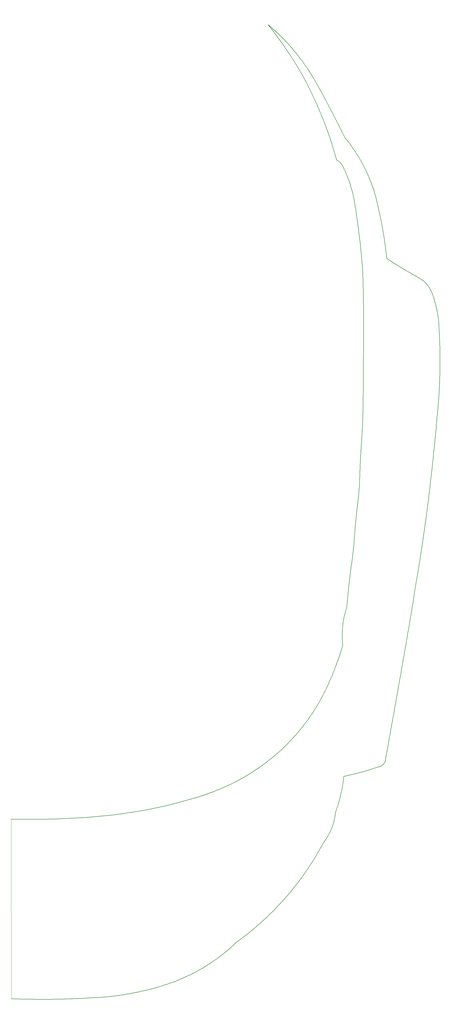
<source format=gbr>
G04 #@! TF.GenerationSoftware,KiCad,Pcbnew,(6.0.2)*
G04 #@! TF.CreationDate,2022-04-01T18:40:44-07:00*
G04 #@! TF.ProjectId,DaftPunkTopLayerRightBoard,44616674-5075-46e6-9b54-6f704c617965,rev?*
G04 #@! TF.SameCoordinates,Original*
G04 #@! TF.FileFunction,Profile,NP*
%FSLAX46Y46*%
G04 Gerber Fmt 4.6, Leading zero omitted, Abs format (unit mm)*
G04 Created by KiCad (PCBNEW (6.0.2)) date 2022-04-01 18:40:44*
%MOMM*%
%LPD*%
G01*
G04 APERTURE LIST*
%ADD10C,0.200000*%
G04 #@! TA.AperFunction,Profile*
%ADD11C,0.100000*%
G04 #@! TD*
G04 APERTURE END LIST*
D10*
X345497222Y-211151389D02*
X345433057Y-211904565D01*
X345366418Y-212676472D01*
X345297255Y-213466920D01*
X345225518Y-214275720D01*
X345151157Y-215102683D01*
X345074122Y-215947622D01*
X344994364Y-216810347D01*
X344911833Y-217690669D01*
X344826479Y-218588400D01*
X344738251Y-219503351D01*
X344647101Y-220435333D01*
X344552977Y-221384158D01*
X344455831Y-222349636D01*
X344355613Y-223331580D01*
X344252272Y-224329800D01*
X344145759Y-225344107D01*
X344036024Y-226374314D01*
X343923017Y-227420231D01*
X343806688Y-228481669D01*
X343686987Y-229558439D01*
X343563865Y-230650354D01*
X343437272Y-231757224D01*
X343307157Y-232878861D01*
X343173472Y-234015075D01*
X343036165Y-235165679D01*
X342895187Y-236330482D01*
X342750489Y-237509298D01*
X342602021Y-238701936D01*
X342449732Y-239908209D01*
X342293572Y-241127926D01*
X342133493Y-242360901D01*
X341969444Y-243606944D01*
X319391667Y-332859722D02*
X319194749Y-332913481D01*
X318998405Y-332966574D01*
X318802636Y-333019004D01*
X318607449Y-333070775D01*
X318412846Y-333121893D01*
X318218833Y-333172361D01*
X317832587Y-333271366D01*
X317448746Y-333367825D01*
X317067342Y-333461772D01*
X316688406Y-333553244D01*
X316311971Y-333642275D01*
X315938071Y-333728899D01*
X315566737Y-333813152D01*
X315198001Y-333895069D01*
X314831897Y-333974685D01*
X314468457Y-334052034D01*
X314107713Y-334127152D01*
X313749698Y-334200073D01*
X313394444Y-334270833D01*
X267533333Y-339915277D02*
X268010381Y-339733799D01*
X268531177Y-339533366D01*
X269094028Y-339313205D01*
X269697244Y-339072539D01*
X270339133Y-338810595D01*
X271018003Y-338526598D01*
X271732164Y-338219775D01*
X272479924Y-337889350D01*
X273259591Y-337534549D01*
X274069475Y-337154598D01*
X274907883Y-336748722D01*
X275773125Y-336316147D01*
X276663510Y-335856099D01*
X277577345Y-335367803D01*
X278512939Y-334850485D01*
X279468602Y-334303370D01*
X280442642Y-333725684D01*
X281433367Y-333116652D01*
X282439086Y-332475501D01*
X283458108Y-331801456D01*
X284488741Y-331093741D01*
X285529295Y-330351584D01*
X286578077Y-329574210D01*
X287633396Y-328760843D01*
X288693561Y-327910710D01*
X289756881Y-327023037D01*
X290821664Y-326097049D01*
X291886220Y-325131971D01*
X292948855Y-324127029D01*
X294007880Y-323081449D01*
X295061603Y-321994456D01*
X296108333Y-320865277D01*
X321155555Y-126131944D02*
X321289676Y-126418144D01*
X321421289Y-126703240D01*
X321550420Y-126987201D01*
X321677094Y-127270000D01*
X321801336Y-127551606D01*
X321923173Y-127831992D01*
X322042630Y-128111128D01*
X322159733Y-128388984D01*
X322274506Y-128665533D01*
X322386977Y-128940746D01*
X322497170Y-129214592D01*
X322605112Y-129487044D01*
X322710827Y-129758072D01*
X322814342Y-130027648D01*
X322915682Y-130295742D01*
X323014873Y-130562326D01*
X323111940Y-130827370D01*
X323206909Y-131090846D01*
X323299806Y-131352724D01*
X323390656Y-131612976D01*
X323479486Y-131871573D01*
X323566320Y-132128486D01*
X323651184Y-132383685D01*
X323734104Y-132637143D01*
X323815105Y-132888829D01*
X323894214Y-133138715D01*
X323971456Y-133386772D01*
X324046856Y-133632972D01*
X324120440Y-133877284D01*
X324192235Y-134119681D01*
X324262264Y-134360132D01*
X324330555Y-134598611D01*
X305633333Y-106729166D02*
X305442545Y-106267770D01*
X305251005Y-105809103D01*
X305058740Y-105353166D01*
X304865775Y-104899960D01*
X304672135Y-104449485D01*
X304477847Y-104001744D01*
X304282937Y-103556738D01*
X304087430Y-103114467D01*
X303891352Y-102674932D01*
X303694729Y-102238135D01*
X303497586Y-101804078D01*
X303299950Y-101372760D01*
X303101846Y-100944184D01*
X302903301Y-100518350D01*
X302704339Y-100095259D01*
X302504987Y-99674914D01*
X302305270Y-99257314D01*
X302105215Y-98842461D01*
X301904847Y-98430357D01*
X301704191Y-98021002D01*
X301503275Y-97614397D01*
X301302123Y-97210544D01*
X301100762Y-96809444D01*
X300899216Y-96411098D01*
X300697513Y-96015507D01*
X300495677Y-95622672D01*
X300293735Y-95232595D01*
X300091713Y-94845276D01*
X299889635Y-94460717D01*
X299687529Y-94078919D01*
X299485419Y-93699883D01*
X299283333Y-93323611D01*
X315511111Y-265479166D02*
X315556171Y-265110742D01*
X315599389Y-264761903D01*
X315640874Y-264431433D01*
X315680731Y-264118114D01*
X315719067Y-263820728D01*
X315755989Y-263538058D01*
X315791604Y-263268886D01*
X315826018Y-263011995D01*
X315859338Y-262766167D01*
X315891672Y-262530184D01*
X315923125Y-262302830D01*
X315953805Y-262082886D01*
X315983819Y-261869136D01*
X316013273Y-261660361D01*
X316042273Y-261455344D01*
X316070928Y-261252868D01*
X316099343Y-261051715D01*
X316127625Y-260850667D01*
X316155881Y-260648508D01*
X316184219Y-260444019D01*
X316212744Y-260235983D01*
X316241563Y-260023182D01*
X316270784Y-259804400D01*
X316300512Y-259578418D01*
X316330856Y-259344019D01*
X316361921Y-259099985D01*
X316393814Y-258845099D01*
X316426642Y-258578144D01*
X316460513Y-258297901D01*
X316495532Y-258003154D01*
X316531807Y-257692685D01*
X316569444Y-257365277D01*
X312336111Y-340620833D02*
X312287539Y-340829661D01*
X312238388Y-341037145D01*
X312188674Y-341243282D01*
X312138413Y-341448067D01*
X312087620Y-341651496D01*
X312036310Y-341853566D01*
X311984499Y-342054273D01*
X311932204Y-342253613D01*
X311879439Y-342451584D01*
X311826220Y-342648179D01*
X311772563Y-342843397D01*
X311718484Y-343037234D01*
X311663997Y-343229685D01*
X311553866Y-343610416D01*
X311442295Y-343985560D01*
X311329408Y-344355088D01*
X311215331Y-344718970D01*
X311100189Y-345077175D01*
X310984107Y-345429675D01*
X310867210Y-345776438D01*
X310749623Y-346117435D01*
X310631470Y-346452637D01*
X310572222Y-346618055D01*
X324330555Y-134598611D02*
X324423630Y-134962401D01*
X324516105Y-135327672D01*
X324607968Y-135694422D01*
X324699209Y-136062649D01*
X324789816Y-136432351D01*
X324879780Y-136803525D01*
X324969089Y-137176170D01*
X325057734Y-137550285D01*
X325145702Y-137925866D01*
X325232984Y-138302911D01*
X325319570Y-138681420D01*
X325405447Y-139061389D01*
X325490606Y-139442817D01*
X325575036Y-139825701D01*
X325658726Y-140210041D01*
X325741667Y-140595833D01*
D11*
X198800000Y-410800000D02*
X198700000Y-349087500D01*
D10*
X226611111Y-410470833D02*
X226394278Y-410484450D01*
X226177207Y-410497906D01*
X225959899Y-410511199D01*
X225742353Y-410524330D01*
X225524570Y-410537297D01*
X225306551Y-410550100D01*
X225088295Y-410562739D01*
X224869802Y-410575212D01*
X224651073Y-410587520D01*
X224432108Y-410599661D01*
X224212906Y-410611636D01*
X223993470Y-410623444D01*
X223773797Y-410635084D01*
X223553890Y-410646555D01*
X223333747Y-410657857D01*
X223113370Y-410668990D01*
X222892758Y-410679953D01*
X222671911Y-410690745D01*
X222450830Y-410701366D01*
X222229515Y-410711815D01*
X222007967Y-410722092D01*
X221786184Y-410732196D01*
X221564168Y-410742127D01*
X221341919Y-410751884D01*
X221119437Y-410761466D01*
X220896722Y-410770873D01*
X220673775Y-410780105D01*
X220450595Y-410789160D01*
X220227183Y-410798039D01*
X220003539Y-410806741D01*
X219779663Y-410815265D01*
X219555556Y-410823611D01*
X319920833Y-160880555D02*
X319908386Y-160651664D01*
X319884188Y-160249700D01*
X319866574Y-159975685D01*
X319844951Y-159653772D01*
X319819072Y-159284555D01*
X319788688Y-158868626D01*
X319753550Y-158406578D01*
X319713411Y-157899004D01*
X319668021Y-157346498D01*
X319617131Y-156749651D01*
X319560495Y-156109057D01*
X319497863Y-155425310D01*
X319428986Y-154699001D01*
X319353617Y-153930724D01*
X319271506Y-153121072D01*
X319182406Y-152270638D01*
X319086068Y-151380015D01*
X318982243Y-150449795D01*
X318870683Y-149480572D01*
X318751140Y-148472939D01*
X318623365Y-147427488D01*
X318487109Y-146344813D01*
X318342125Y-145225506D01*
X318188163Y-144070161D01*
X318024976Y-142879370D01*
X317852314Y-141653727D01*
X317669930Y-140393824D01*
X317477574Y-139100254D01*
X317275000Y-137773611D01*
X317275000Y-137773611D02*
X317235919Y-137523532D01*
X317190531Y-137241105D01*
X317156469Y-137035366D01*
X317119153Y-136816027D01*
X317078404Y-136583398D01*
X317034041Y-136337789D01*
X316985886Y-136079512D01*
X316933757Y-135808876D01*
X316877476Y-135526192D01*
X316816861Y-135231770D01*
X316751733Y-134925922D01*
X316681913Y-134608958D01*
X316607219Y-134281188D01*
X316527472Y-133942922D01*
X316442493Y-133594473D01*
X341969444Y-164937500D02*
X342134449Y-165135935D01*
X342292612Y-165335302D01*
X342444193Y-165535719D01*
X342589450Y-165737308D01*
X342728644Y-165940189D01*
X342862035Y-166144481D01*
X342989882Y-166350306D01*
X343112446Y-166557783D01*
X343229986Y-166767034D01*
X343342761Y-166978177D01*
X343451033Y-167191334D01*
X343555061Y-167406625D01*
X343655103Y-167624170D01*
X343751422Y-167844090D01*
X343844275Y-168066504D01*
X343933924Y-168291534D01*
X344020627Y-168519299D01*
X344104645Y-168749919D01*
X344186237Y-168983516D01*
X344265664Y-169220209D01*
X344343185Y-169460118D01*
X344419060Y-169703365D01*
X344493549Y-169950069D01*
X344566911Y-170200350D01*
X344639407Y-170454330D01*
X344711297Y-170712127D01*
X344782839Y-170973863D01*
X344854295Y-171239658D01*
X344925923Y-171509632D01*
X344997984Y-171783906D01*
X345070738Y-172062599D01*
X345144444Y-172345833D01*
X313394444Y-334270833D02*
X313355677Y-334630838D01*
X313313768Y-334996174D01*
X313268608Y-335366753D01*
X313220086Y-335742485D01*
X313168096Y-336123280D01*
X313112528Y-336509051D01*
X313053272Y-336899709D01*
X312990221Y-337295164D01*
X312957238Y-337494662D01*
X312923266Y-337695327D01*
X312888290Y-337897146D01*
X312852297Y-338100109D01*
X312815274Y-338304205D01*
X312777206Y-338509422D01*
X312738081Y-338715750D01*
X312697884Y-338923177D01*
X312656603Y-339131692D01*
X312614222Y-339341284D01*
X312570730Y-339551942D01*
X312526112Y-339763655D01*
X312480355Y-339976412D01*
X312433444Y-340190201D01*
X312385368Y-340405012D01*
X312336111Y-340620833D01*
X314452778Y-276062500D02*
X314470689Y-275834391D01*
X314489414Y-275598847D01*
X314508970Y-275355951D01*
X314529373Y-275105783D01*
X314550639Y-274848425D01*
X314572786Y-274583957D01*
X314595828Y-274312463D01*
X314619783Y-274034022D01*
X314644667Y-273748716D01*
X314670497Y-273456627D01*
X314697288Y-273157836D01*
X314725057Y-272852424D01*
X314753821Y-272540473D01*
X314783597Y-272222064D01*
X314814399Y-271897278D01*
X314846245Y-271566197D01*
X314879151Y-271228903D01*
X314913134Y-270885476D01*
X314948210Y-270535998D01*
X314984395Y-270180550D01*
X315021706Y-269819214D01*
X315060159Y-269452072D01*
X315099770Y-269079203D01*
X315140556Y-268700691D01*
X315182534Y-268316615D01*
X315225719Y-267927059D01*
X315270129Y-267532102D01*
X315315779Y-267131826D01*
X315362685Y-266726314D01*
X315410865Y-266315645D01*
X315460335Y-265899902D01*
X315511111Y-265479166D01*
X316442493Y-133594473D02*
X316372672Y-133316784D01*
X316299501Y-133033567D01*
X316222888Y-132744941D01*
X316169852Y-132549579D01*
X316115218Y-132351901D01*
X316058956Y-132151944D01*
X316001038Y-131949742D01*
X315941439Y-131745332D01*
X315880128Y-131538749D01*
X315817080Y-131330027D01*
X315752266Y-131119204D01*
X315685658Y-130906313D01*
X315617229Y-130691391D01*
X315546951Y-130474473D01*
X315511111Y-130365277D01*
X313041667Y-124368055D02*
X312936908Y-124162912D01*
X312826923Y-123971646D01*
X312696538Y-123769530D01*
X312571098Y-123595134D01*
X312429368Y-123417299D01*
X312336111Y-123309722D01*
X327858333Y-327920833D02*
X327862087Y-328121402D01*
X327851301Y-328330057D01*
X327818891Y-328586138D01*
X327774724Y-328802863D01*
X327709117Y-329035695D01*
X327618094Y-329280105D01*
X327497680Y-329531563D01*
X327343900Y-329785537D01*
X327220879Y-329954015D01*
X327152778Y-330037500D01*
X307044444Y-101437500D02*
X307213304Y-101753443D01*
X307385191Y-102075696D01*
X307560062Y-102404222D01*
X307737878Y-102738983D01*
X307918597Y-103079940D01*
X308102179Y-103427057D01*
X308288583Y-103780295D01*
X308477769Y-104139617D01*
X308669697Y-104504985D01*
X308864325Y-104876361D01*
X309061613Y-105253707D01*
X309261521Y-105636986D01*
X309464007Y-106026160D01*
X309669032Y-106421191D01*
X309876554Y-106822042D01*
X310086533Y-107228674D01*
X310298928Y-107641049D01*
X310513700Y-108059131D01*
X310730806Y-108482882D01*
X310950207Y-108912263D01*
X311171863Y-109347236D01*
X311395731Y-109787765D01*
X311621773Y-110233811D01*
X311849946Y-110685337D01*
X312080211Y-111142305D01*
X312312527Y-111604676D01*
X312546854Y-112072414D01*
X312783150Y-112545480D01*
X313021376Y-113023838D01*
X313261490Y-113507448D01*
X313503452Y-113996273D01*
X313747222Y-114490277D01*
X219555556Y-410823611D02*
X218911633Y-410846540D01*
X218269185Y-410867864D01*
X217628036Y-410887591D01*
X216988007Y-410905728D01*
X216348919Y-410922284D01*
X215710597Y-410937265D01*
X215072861Y-410950680D01*
X214435533Y-410962538D01*
X213798437Y-410972844D01*
X213161394Y-410981608D01*
X212524226Y-410988838D01*
X211886756Y-410994540D01*
X211248805Y-410998723D01*
X210610197Y-411001395D01*
X209970752Y-411002564D01*
X209330294Y-411002237D01*
X208688644Y-411000422D01*
X208045625Y-410997127D01*
X207401059Y-410992361D01*
X206754768Y-410986130D01*
X206106574Y-410978442D01*
X205456299Y-410969306D01*
X204803766Y-410958730D01*
X204148797Y-410946720D01*
X203491213Y-410933285D01*
X202830838Y-410918434D01*
X202167493Y-410902172D01*
X201501001Y-410884510D01*
X200831183Y-410865453D01*
X200157862Y-410845011D01*
X199480860Y-410823190D01*
X198800000Y-410800000D01*
X296108333Y-320865277D02*
X296905307Y-319970205D01*
X297674553Y-319075386D01*
X298416617Y-318181661D01*
X299132047Y-317289871D01*
X299821390Y-316400859D01*
X300485192Y-315515467D01*
X301124003Y-314634535D01*
X301738367Y-313758907D01*
X302328834Y-312889424D01*
X302895949Y-312026928D01*
X303440261Y-311172261D01*
X303962316Y-310326264D01*
X304462661Y-309489780D01*
X304941845Y-308663650D01*
X305400413Y-307848716D01*
X305838913Y-307045820D01*
X306257893Y-306255804D01*
X306657900Y-305479510D01*
X307039480Y-304717779D01*
X307403181Y-303971454D01*
X307749551Y-303241376D01*
X308079136Y-302528387D01*
X308392483Y-301833330D01*
X308690141Y-301157045D01*
X308972656Y-300500374D01*
X309240574Y-299864161D01*
X309494445Y-299249245D01*
X309734814Y-298656470D01*
X309962229Y-298086678D01*
X310177237Y-297540709D01*
X310380386Y-297019406D01*
X310572222Y-296523611D01*
X292580555Y-82740277D02*
X292414455Y-82503612D01*
X292248342Y-82268000D01*
X292082223Y-82033441D01*
X291916102Y-81799933D01*
X291749987Y-81567476D01*
X291583883Y-81336068D01*
X291417797Y-81105708D01*
X291251734Y-80876397D01*
X291085700Y-80648131D01*
X290919701Y-80420912D01*
X290753744Y-80194737D01*
X290587834Y-79969606D01*
X290421978Y-79745518D01*
X290256181Y-79522472D01*
X290090450Y-79300466D01*
X289924790Y-79079501D01*
X289759208Y-78859575D01*
X289593709Y-78640687D01*
X289428300Y-78422836D01*
X289262987Y-78206021D01*
X289097776Y-77990241D01*
X288932672Y-77775496D01*
X288767682Y-77561784D01*
X288602812Y-77349105D01*
X288438068Y-77137456D01*
X288273455Y-76926839D01*
X288108981Y-76717251D01*
X287944651Y-76508692D01*
X287780470Y-76301160D01*
X287616445Y-76094655D01*
X287452583Y-75889176D01*
X287288889Y-75684722D01*
X317627778Y-245370833D02*
X317679392Y-244864905D01*
X317729022Y-244388047D01*
X317776746Y-243938625D01*
X317822643Y-243515003D01*
X317866792Y-243115549D01*
X317909272Y-242738626D01*
X317950161Y-242382602D01*
X317989539Y-242045840D01*
X318027483Y-241726708D01*
X318064074Y-241423570D01*
X318099390Y-241134792D01*
X318133510Y-240858739D01*
X318166512Y-240593778D01*
X318198476Y-240338274D01*
X318229479Y-240090592D01*
X318259603Y-239849098D01*
X318288924Y-239612157D01*
X318317521Y-239378136D01*
X318345475Y-239145399D01*
X318372863Y-238912312D01*
X318399764Y-238677241D01*
X318426258Y-238438551D01*
X318452423Y-238194609D01*
X318478337Y-237943778D01*
X318504080Y-237684426D01*
X318529731Y-237414918D01*
X318555368Y-237133618D01*
X318581071Y-236838894D01*
X318606918Y-236529109D01*
X318632987Y-236202631D01*
X318659359Y-235857824D01*
X318686111Y-235493055D01*
X345144444Y-172345833D02*
X345215706Y-172624779D01*
X345283814Y-172901282D01*
X345348835Y-173175281D01*
X345410839Y-173446714D01*
X345469894Y-173715519D01*
X345526071Y-173981634D01*
X345579438Y-174244997D01*
X345630065Y-174505548D01*
X345678020Y-174763223D01*
X345723373Y-175017961D01*
X345766193Y-175269701D01*
X345806549Y-175518380D01*
X345844510Y-175763938D01*
X345880146Y-176006311D01*
X345913526Y-176245439D01*
X345944718Y-176481259D01*
X345973792Y-176713710D01*
X346000817Y-176942730D01*
X346025863Y-177168258D01*
X346048998Y-177390230D01*
X346070292Y-177608587D01*
X346089814Y-177823265D01*
X346107632Y-178034204D01*
X346123817Y-178241341D01*
X346138437Y-178444614D01*
X346163260Y-178839324D01*
X346182654Y-179217839D01*
X346197173Y-179579665D01*
X346202778Y-179754166D01*
X198700000Y-349087500D02*
X198953294Y-349087662D01*
X199190434Y-349087832D01*
X199412759Y-349088003D01*
X199621606Y-349088168D01*
X199912537Y-349088393D01*
X200180675Y-349088571D01*
X200430538Y-349088682D01*
X200666646Y-349088705D01*
X200893517Y-349088619D01*
X201115668Y-349088403D01*
X201337620Y-349088037D01*
X201563889Y-349087500D01*
X300694444Y-90501388D02*
X300910616Y-90818451D01*
X301137323Y-91155795D01*
X301255535Y-91333986D01*
X301377471Y-91519544D01*
X301503492Y-91713235D01*
X301633964Y-91915823D01*
X301769248Y-92128074D01*
X301909708Y-92350754D01*
X302055707Y-92584628D01*
X302207609Y-92830462D01*
X302365776Y-93089021D01*
X302530572Y-93361071D01*
X302702360Y-93647376D01*
X302881503Y-93948704D01*
X303068365Y-94265818D01*
X303263307Y-94599484D01*
X303466695Y-94950469D01*
X303678890Y-95319537D01*
X303900256Y-95707454D01*
X304131157Y-96114986D01*
X304371955Y-96542897D01*
X304623013Y-96991954D01*
X304884695Y-97462922D01*
X305157364Y-97956566D01*
X305441384Y-98473652D01*
X305737116Y-99014945D01*
X306044925Y-99581210D01*
X306365174Y-100173215D01*
X306698226Y-100791722D01*
X307044444Y-101437500D01*
X310572222Y-346618055D02*
X310540622Y-346896407D01*
X310503648Y-347186779D01*
X310460836Y-347488720D01*
X310411719Y-347801782D01*
X310355831Y-348125516D01*
X310292708Y-348459473D01*
X310221884Y-348803203D01*
X310142893Y-349156258D01*
X310055270Y-349518189D01*
X309958549Y-349888546D01*
X309852266Y-350266881D01*
X309795392Y-350458899D01*
X309735954Y-350652744D01*
X309673892Y-350848358D01*
X309609148Y-351045686D01*
X309541664Y-351244672D01*
X309471382Y-351445259D01*
X309398244Y-351647391D01*
X309322191Y-351851013D01*
X309243166Y-352056068D01*
X309161111Y-352262500D01*
X318686111Y-235493055D02*
X318705687Y-235216353D01*
X318723883Y-234950486D01*
X318740780Y-234694518D01*
X318756462Y-234447516D01*
X318771011Y-234208546D01*
X318784511Y-233976674D01*
X318797044Y-233750965D01*
X318808694Y-233530486D01*
X318819543Y-233314302D01*
X318829674Y-233101479D01*
X318839171Y-232891084D01*
X318848116Y-232682181D01*
X318856592Y-232473838D01*
X318864682Y-232265119D01*
X318872470Y-232055091D01*
X318880037Y-231842820D01*
X318887467Y-231627371D01*
X318894844Y-231407811D01*
X318902249Y-231183205D01*
X318909766Y-230952620D01*
X318917478Y-230715121D01*
X318925467Y-230469773D01*
X318933818Y-230215644D01*
X318942611Y-229951799D01*
X318951932Y-229677303D01*
X318961862Y-229391224D01*
X318972485Y-229092626D01*
X318983883Y-228780575D01*
X318996139Y-228454138D01*
X319009337Y-228112380D01*
X319023559Y-227754367D01*
X319038889Y-227379166D01*
X319744444Y-215384722D02*
X319773114Y-214860298D01*
X319800043Y-214345293D01*
X319825291Y-213838945D01*
X319848920Y-213340497D01*
X319870988Y-212849190D01*
X319891556Y-212364263D01*
X319910684Y-211884960D01*
X319928433Y-211410520D01*
X319944863Y-210940184D01*
X319960034Y-210473194D01*
X319974007Y-210008791D01*
X319986841Y-209546215D01*
X319998596Y-209084708D01*
X320009334Y-208623511D01*
X320019114Y-208161865D01*
X320027997Y-207699011D01*
X320036042Y-207234189D01*
X320043310Y-206766642D01*
X320049862Y-206295609D01*
X320055757Y-205820333D01*
X320061056Y-205340053D01*
X320065819Y-204854012D01*
X320070106Y-204361449D01*
X320073978Y-203861607D01*
X320077494Y-203353726D01*
X320080715Y-202837048D01*
X320083702Y-202310812D01*
X320086514Y-201774261D01*
X320089212Y-201226636D01*
X320091855Y-200667177D01*
X320094505Y-200095125D01*
X320097222Y-199509722D01*
X328211111Y-156118055D02*
X328494337Y-156303618D01*
X328774703Y-156486495D01*
X329052161Y-156666681D01*
X329326664Y-156844173D01*
X329598164Y-157018967D01*
X329866613Y-157191059D01*
X330131964Y-157360444D01*
X330394169Y-157527120D01*
X330653181Y-157691082D01*
X330908951Y-157852326D01*
X331161433Y-158010849D01*
X331410578Y-158166645D01*
X331656338Y-158319713D01*
X331898667Y-158470046D01*
X332137517Y-158617643D01*
X332372840Y-158762498D01*
X332604587Y-158904608D01*
X332832713Y-159043968D01*
X333057168Y-159180576D01*
X333277906Y-159314427D01*
X333494879Y-159445516D01*
X333708039Y-159573841D01*
X333917338Y-159699398D01*
X334122729Y-159822181D01*
X334324164Y-159942188D01*
X334521595Y-160059415D01*
X334714976Y-160173857D01*
X334904257Y-160285511D01*
X335089393Y-160394373D01*
X335270334Y-160500438D01*
X335447033Y-160603704D01*
X335619444Y-160704166D01*
X287288889Y-75684722D02*
X287468683Y-75834316D01*
X287650922Y-75986987D01*
X287835553Y-76142744D01*
X288022523Y-76301593D01*
X288211779Y-76463541D01*
X288403267Y-76628597D01*
X288596934Y-76796767D01*
X288792728Y-76968058D01*
X288990596Y-77142479D01*
X289190483Y-77320036D01*
X289392338Y-77500737D01*
X289596107Y-77684589D01*
X289801736Y-77871600D01*
X290009174Y-78061777D01*
X290218366Y-78255127D01*
X290429260Y-78451657D01*
X290641802Y-78651376D01*
X290855940Y-78854290D01*
X291071620Y-79060407D01*
X291288790Y-79269733D01*
X291507396Y-79482278D01*
X291727385Y-79698047D01*
X291948704Y-79917048D01*
X292171300Y-80139289D01*
X292395120Y-80364776D01*
X292620110Y-80593518D01*
X292846218Y-80825522D01*
X293073391Y-81060794D01*
X293301576Y-81299343D01*
X293530718Y-81541176D01*
X293760766Y-81786299D01*
X293991667Y-82034722D01*
X312336111Y-123309722D02*
X312192874Y-123157056D01*
X312048678Y-123016861D01*
X311856852Y-122848486D01*
X311667950Y-122700251D01*
X311484617Y-122571000D01*
X311309499Y-122459573D01*
X311106182Y-122343591D01*
X310925000Y-122251388D01*
X319038889Y-227379166D02*
X319061185Y-226851189D01*
X319083441Y-226344028D01*
X319105660Y-225856589D01*
X319127842Y-225387779D01*
X319149992Y-224936505D01*
X319172111Y-224501672D01*
X319194202Y-224082187D01*
X319216266Y-223676957D01*
X319238308Y-223284888D01*
X319260329Y-222904886D01*
X319282331Y-222535859D01*
X319304317Y-222176713D01*
X319326290Y-221826353D01*
X319348251Y-221483688D01*
X319370204Y-221147622D01*
X319392151Y-220817063D01*
X319414093Y-220490918D01*
X319436035Y-220168091D01*
X319457977Y-219847491D01*
X319479923Y-219528024D01*
X319501876Y-219208596D01*
X319523836Y-218888113D01*
X319545808Y-218565482D01*
X319567792Y-218239610D01*
X319589793Y-217909403D01*
X319611812Y-217573768D01*
X319633851Y-217231610D01*
X319655914Y-216881838D01*
X319678002Y-216523356D01*
X319700118Y-216155071D01*
X319722264Y-215775891D01*
X319744444Y-215384722D01*
X306338889Y-357201389D02*
X306037136Y-357760643D01*
X305726184Y-358328319D01*
X305405911Y-358904164D01*
X305076196Y-359487924D01*
X304736920Y-360079344D01*
X304387963Y-360678170D01*
X304029202Y-361284149D01*
X303660519Y-361897026D01*
X303281793Y-362516548D01*
X302892903Y-363142461D01*
X302493728Y-363774509D01*
X302084150Y-364412441D01*
X301664047Y-365056001D01*
X301233298Y-365704936D01*
X300791784Y-366358991D01*
X300339384Y-367017913D01*
X299875977Y-367681448D01*
X299401443Y-368349341D01*
X298915662Y-369021339D01*
X298418513Y-369697187D01*
X297909877Y-370376633D01*
X297389631Y-371059421D01*
X296857657Y-371745298D01*
X296313834Y-372434009D01*
X295758041Y-373125302D01*
X295190157Y-373818921D01*
X294610063Y-374514613D01*
X294017638Y-375212124D01*
X293412762Y-375911200D01*
X292795314Y-376611587D01*
X292165174Y-377313030D01*
X291522222Y-378015277D01*
X291522222Y-378015277D02*
X291024886Y-378549416D01*
X290527738Y-379075656D01*
X290030908Y-379594043D01*
X289534530Y-380104623D01*
X289038733Y-380607444D01*
X288543650Y-381102551D01*
X288049412Y-381589992D01*
X287556151Y-382069813D01*
X287063998Y-382542061D01*
X286573084Y-383006782D01*
X286083541Y-383464024D01*
X285595501Y-383913832D01*
X285109096Y-384356253D01*
X284624456Y-384791334D01*
X284141712Y-385219122D01*
X283660998Y-385639664D01*
X283182444Y-386053005D01*
X282706181Y-386459192D01*
X282232342Y-386858273D01*
X281761057Y-387250294D01*
X281292459Y-387635302D01*
X280826678Y-388013342D01*
X280363847Y-388384462D01*
X279904096Y-388748709D01*
X279447558Y-389106129D01*
X278994363Y-389456769D01*
X278544643Y-389800674D01*
X278098531Y-390137893D01*
X277656156Y-390468472D01*
X277217651Y-390792457D01*
X276783148Y-391109895D01*
X276352778Y-391420833D01*
X309161111Y-352262500D02*
X309079109Y-352462699D01*
X308995953Y-352659942D01*
X308911717Y-352854228D01*
X308826478Y-353045558D01*
X308740310Y-353233931D01*
X308653289Y-353419347D01*
X308565491Y-353601805D01*
X308476991Y-353781306D01*
X308298188Y-354131433D01*
X308117484Y-354469726D01*
X307935485Y-354796184D01*
X307752793Y-355110805D01*
X307570015Y-355413586D01*
X307387753Y-355704525D01*
X307206613Y-355983622D01*
X307027199Y-356250873D01*
X306850115Y-356506278D01*
X306675966Y-356749833D01*
X306505355Y-356981537D01*
X306338889Y-357201389D01*
X268591667Y-397770833D02*
X267586901Y-398452399D01*
X266584405Y-399104500D01*
X265584956Y-399727892D01*
X264589333Y-400323327D01*
X263598315Y-400891560D01*
X262612681Y-401433345D01*
X261633210Y-401949436D01*
X260660682Y-402440587D01*
X259695874Y-402907552D01*
X258739566Y-403351086D01*
X257792536Y-403771942D01*
X256855565Y-404170875D01*
X255929429Y-404548638D01*
X255014910Y-404905986D01*
X254112784Y-405243674D01*
X253223833Y-405562454D01*
X252348833Y-405863081D01*
X251488564Y-406146310D01*
X250643806Y-406412894D01*
X249815337Y-406663588D01*
X249003935Y-406899145D01*
X248210381Y-407120319D01*
X247435452Y-407327866D01*
X246679928Y-407522538D01*
X245944588Y-407705091D01*
X245230210Y-407876277D01*
X244537574Y-408036852D01*
X243867458Y-408187569D01*
X243220642Y-408329183D01*
X242597903Y-408462447D01*
X242000022Y-408588116D01*
X241427778Y-408706944D01*
X313041667Y-282412500D02*
X313069025Y-282175489D01*
X313097983Y-281940805D01*
X313128490Y-281708462D01*
X313160494Y-281478478D01*
X313193941Y-281250869D01*
X313228781Y-281025650D01*
X313264961Y-280802839D01*
X313302430Y-280582451D01*
X313341134Y-280364503D01*
X313381022Y-280149011D01*
X313422043Y-279935991D01*
X313464143Y-279725460D01*
X313507271Y-279517434D01*
X313551375Y-279311928D01*
X313596403Y-279108961D01*
X313642302Y-278908547D01*
X313689021Y-278710702D01*
X313736508Y-278515444D01*
X313833577Y-278132752D01*
X313933091Y-277760600D01*
X314034635Y-277399118D01*
X314137792Y-277048437D01*
X314242146Y-276708687D01*
X314347280Y-276379998D01*
X314452778Y-276062500D01*
X313041667Y-289115277D02*
X313005682Y-288774735D01*
X312972564Y-288422633D01*
X312942727Y-288059208D01*
X312916583Y-287684697D01*
X312894548Y-287299339D01*
X312877035Y-286903372D01*
X312870103Y-286701484D01*
X312864457Y-286497033D01*
X312860149Y-286290048D01*
X312857230Y-286080560D01*
X312855752Y-285868597D01*
X312855766Y-285654191D01*
X312857325Y-285437370D01*
X312860480Y-285218164D01*
X312865282Y-284996603D01*
X312871785Y-284772716D01*
X312880038Y-284546534D01*
X312890095Y-284318086D01*
X312902006Y-284087402D01*
X312915824Y-283854512D01*
X312931601Y-283619445D01*
X312949387Y-283382231D01*
X312969235Y-283142899D01*
X312991196Y-282901481D01*
X313015323Y-282658004D01*
X313041667Y-282412500D01*
X320143774Y-169998086D02*
X320136887Y-169576713D01*
X320130199Y-169168299D01*
X320123688Y-168772429D01*
X320117335Y-168388687D01*
X320111119Y-168016658D01*
X320105020Y-167655925D01*
X320099017Y-167306073D01*
X320093091Y-166966687D01*
X320087221Y-166637351D01*
X320081385Y-166317649D01*
X320075566Y-166007166D01*
X320069740Y-165705486D01*
X320063890Y-165412194D01*
X320057993Y-165126874D01*
X320052031Y-164849111D01*
X320045982Y-164578488D01*
X320039825Y-164314590D01*
X320033542Y-164057003D01*
X320027111Y-163805309D01*
X320020513Y-163559094D01*
X320013726Y-163317941D01*
X320006730Y-163081436D01*
X319999506Y-162849162D01*
X319992033Y-162620705D01*
X319984290Y-162395648D01*
X319976257Y-162173576D01*
X319967913Y-161954074D01*
X319959240Y-161736725D01*
X319950215Y-161521114D01*
X319940819Y-161306826D01*
X319931032Y-161093444D01*
X319920833Y-160880555D01*
X299283333Y-93323611D02*
X299102668Y-93007802D01*
X298920233Y-92690879D01*
X298736017Y-92372857D01*
X298550012Y-92053751D01*
X298362211Y-91733576D01*
X298172603Y-91412347D01*
X297981180Y-91090079D01*
X297787935Y-90766788D01*
X297592857Y-90442489D01*
X297395939Y-90117197D01*
X297197171Y-89790927D01*
X296996545Y-89463694D01*
X296794053Y-89135514D01*
X296589686Y-88806401D01*
X296383435Y-88476372D01*
X296175292Y-88145440D01*
X295965247Y-87813622D01*
X295753292Y-87480933D01*
X295539419Y-87147387D01*
X295323619Y-86813000D01*
X295105883Y-86477787D01*
X294886203Y-86141763D01*
X294664570Y-85804944D01*
X294440974Y-85467344D01*
X294215409Y-85128979D01*
X293987865Y-84789864D01*
X293758333Y-84450015D01*
X293526804Y-84109446D01*
X293293271Y-83768172D01*
X293057724Y-83426209D01*
X292820155Y-83083572D01*
X292580555Y-82740277D01*
X276352778Y-391420833D02*
X276190308Y-391576482D01*
X276022582Y-391736005D01*
X275849608Y-391899292D01*
X275671396Y-392066231D01*
X275487954Y-392236709D01*
X275299292Y-392410617D01*
X275105418Y-392587842D01*
X274906343Y-392768273D01*
X274702074Y-392951799D01*
X274492622Y-393138309D01*
X274277995Y-393327690D01*
X274058202Y-393519832D01*
X273833253Y-393714623D01*
X273603157Y-393911951D01*
X273367923Y-394111706D01*
X273127560Y-394313776D01*
X272882077Y-394518050D01*
X272631483Y-394724416D01*
X272375788Y-394932762D01*
X272115000Y-395142978D01*
X271849129Y-395354952D01*
X271578184Y-395568572D01*
X271302174Y-395783728D01*
X271021108Y-396000307D01*
X270734995Y-396218199D01*
X270443845Y-396437292D01*
X270147666Y-396657475D01*
X269846468Y-396878635D01*
X269540260Y-397100663D01*
X269229051Y-397323446D01*
X268912850Y-397546873D01*
X268591667Y-397770833D01*
X310925000Y-122251388D02*
X310814759Y-121876561D01*
X310704517Y-121501735D01*
X310594274Y-121126908D01*
X310484031Y-120752082D01*
X310373788Y-120377256D01*
X310263544Y-120002429D01*
X310153299Y-119627603D01*
X310043055Y-119252777D01*
X309932811Y-118877951D01*
X309822566Y-118503124D01*
X309712322Y-118128298D01*
X309602079Y-117753472D01*
X309491836Y-117378645D01*
X309381593Y-117003819D01*
X309271351Y-116628992D01*
X309161111Y-116254166D01*
X335619444Y-160704166D02*
X335989161Y-160918618D01*
X336341694Y-161121897D01*
X336677656Y-161314590D01*
X336997661Y-161497283D01*
X337302321Y-161670565D01*
X337592251Y-161835022D01*
X337868064Y-161991241D01*
X338130373Y-162139811D01*
X338379792Y-162281318D01*
X338616933Y-162416349D01*
X338842411Y-162545493D01*
X339056838Y-162669336D01*
X339260829Y-162788466D01*
X339454996Y-162903469D01*
X339639953Y-163014934D01*
X339816313Y-163123447D01*
X340145696Y-163333968D01*
X340448054Y-163539730D01*
X340728292Y-163745434D01*
X340991318Y-163955775D01*
X341242039Y-164175454D01*
X341485362Y-164409169D01*
X341726195Y-164661618D01*
X341969444Y-164937500D01*
X259772222Y-342384722D02*
X260072805Y-342298581D01*
X260365616Y-342214624D01*
X260651058Y-342132688D01*
X260929532Y-342052614D01*
X261201442Y-341974241D01*
X261467190Y-341897409D01*
X261727179Y-341821958D01*
X261981812Y-341747726D01*
X262231492Y-341674555D01*
X262476622Y-341602283D01*
X262717603Y-341530750D01*
X262954839Y-341459796D01*
X263188733Y-341389260D01*
X263419688Y-341318982D01*
X263648105Y-341248802D01*
X263874389Y-341178559D01*
X264098941Y-341108092D01*
X264322164Y-341037243D01*
X264544462Y-340965849D01*
X264766236Y-340893751D01*
X264987891Y-340820789D01*
X265209827Y-340746802D01*
X265432449Y-340671629D01*
X265656159Y-340595111D01*
X265881359Y-340517087D01*
X266108453Y-340437396D01*
X266337843Y-340355878D01*
X266569932Y-340272374D01*
X266805123Y-340186722D01*
X267043818Y-340098762D01*
X267286420Y-340008333D01*
X267533333Y-339915277D01*
X325036111Y-331095833D02*
X324707024Y-331210752D01*
X324374737Y-331325241D01*
X324039258Y-331439258D01*
X323700597Y-331552761D01*
X323358761Y-331665710D01*
X323013761Y-331778062D01*
X322665605Y-331889777D01*
X322314302Y-332000814D01*
X321959861Y-332111130D01*
X321602292Y-332220686D01*
X321241602Y-332329439D01*
X320877801Y-332437348D01*
X320510898Y-332544372D01*
X320140902Y-332650470D01*
X319767822Y-332755600D01*
X319391667Y-332859722D01*
X331033333Y-310281944D02*
X330908884Y-310980322D01*
X330785776Y-311670605D01*
X330664037Y-312352653D01*
X330543696Y-313026326D01*
X330424782Y-313691483D01*
X330307323Y-314347986D01*
X330191348Y-314995694D01*
X330076887Y-315634467D01*
X329963966Y-316264165D01*
X329852617Y-316884649D01*
X329742866Y-317495778D01*
X329634743Y-318097413D01*
X329528276Y-318689413D01*
X329423495Y-319271640D01*
X329320427Y-319843952D01*
X329219102Y-320406210D01*
X329119549Y-320958274D01*
X329021795Y-321500004D01*
X328925870Y-322031261D01*
X328831803Y-322551904D01*
X328739622Y-323061794D01*
X328649356Y-323560790D01*
X328561033Y-324048752D01*
X328474683Y-324525542D01*
X328390334Y-324991018D01*
X328308015Y-325445042D01*
X328227754Y-325887472D01*
X328149580Y-326318169D01*
X328073523Y-326736994D01*
X327999610Y-327143806D01*
X327927870Y-327538466D01*
X327858333Y-327920833D01*
X346202778Y-179754166D02*
X346225674Y-180130126D01*
X346247890Y-180507478D01*
X346269416Y-180886216D01*
X346290244Y-181266337D01*
X346310366Y-181647837D01*
X346329772Y-182030710D01*
X346348456Y-182414954D01*
X346366407Y-182800564D01*
X346383618Y-183187536D01*
X346400080Y-183575865D01*
X346415785Y-183965548D01*
X346430723Y-184356580D01*
X346444887Y-184748957D01*
X346458269Y-185142675D01*
X346470858Y-185537730D01*
X346482648Y-185934118D01*
X346493629Y-186331834D01*
X346503794Y-186730875D01*
X346513133Y-187131235D01*
X346521638Y-187532912D01*
X346529300Y-187935901D01*
X346536112Y-188340197D01*
X346542064Y-188745797D01*
X346547148Y-189152696D01*
X346551356Y-189560890D01*
X346554679Y-189970375D01*
X346557108Y-190381147D01*
X346558636Y-190793202D01*
X346559252Y-191206536D01*
X346558950Y-191621143D01*
X346557721Y-192037021D01*
X346555556Y-192454166D01*
X241427778Y-408706944D02*
X241084085Y-408777313D01*
X240732074Y-408847887D01*
X240371806Y-408918547D01*
X240003342Y-408989174D01*
X239626746Y-409059649D01*
X239242080Y-409129853D01*
X238849404Y-409199668D01*
X238448781Y-409268974D01*
X238040274Y-409337653D01*
X237623944Y-409405586D01*
X237199854Y-409472654D01*
X236768065Y-409538739D01*
X236328639Y-409603721D01*
X235881639Y-409667481D01*
X235427126Y-409729901D01*
X234965163Y-409790862D01*
X234495811Y-409850245D01*
X234019133Y-409907932D01*
X233535191Y-409963803D01*
X233044046Y-410017739D01*
X232545761Y-410069622D01*
X232040398Y-410119333D01*
X231528019Y-410166753D01*
X231008685Y-410211763D01*
X230482459Y-410254245D01*
X229949403Y-410294079D01*
X229409579Y-410331147D01*
X228863050Y-410365330D01*
X228309876Y-410396509D01*
X227750120Y-410424564D01*
X227183844Y-410449379D01*
X226611111Y-410470833D01*
X309161111Y-116254166D02*
X309066594Y-115969088D01*
X308971118Y-115683137D01*
X308874678Y-115396320D01*
X308777267Y-115108641D01*
X308678880Y-114820107D01*
X308579513Y-114530725D01*
X308479158Y-114240501D01*
X308377811Y-113949440D01*
X308275466Y-113657549D01*
X308172118Y-113364835D01*
X308067761Y-113071302D01*
X307962389Y-112776959D01*
X307855996Y-112481809D01*
X307748579Y-112185861D01*
X307640129Y-111889119D01*
X307530644Y-111591591D01*
X307420115Y-111293282D01*
X307308539Y-110994199D01*
X307195909Y-110694347D01*
X307082221Y-110393733D01*
X306967467Y-110092363D01*
X306851644Y-109790243D01*
X306734745Y-109487380D01*
X306616765Y-109183779D01*
X306497698Y-108879447D01*
X306377538Y-108574390D01*
X306256281Y-108268614D01*
X306133920Y-107962125D01*
X306010451Y-107654929D01*
X305885867Y-107347034D01*
X305760162Y-107038444D01*
X305633333Y-106729166D01*
X320097222Y-199509722D02*
X320102300Y-198504905D01*
X320108007Y-197516013D01*
X320114256Y-196541984D01*
X320120961Y-195581761D01*
X320128036Y-194634282D01*
X320135394Y-193698489D01*
X320142950Y-192773321D01*
X320150617Y-191857720D01*
X320158308Y-190950625D01*
X320165938Y-190050977D01*
X320173421Y-189157716D01*
X320180670Y-188269782D01*
X320187598Y-187386117D01*
X320194121Y-186505660D01*
X320200151Y-185627352D01*
X320205602Y-184750133D01*
X320210389Y-183872943D01*
X320214424Y-182994723D01*
X320217622Y-182114414D01*
X320219897Y-181230955D01*
X320221162Y-180343286D01*
X320221331Y-179450350D01*
X320220317Y-178551085D01*
X320218036Y-177644431D01*
X320214399Y-176729331D01*
X320209322Y-175804723D01*
X320202718Y-174869548D01*
X320194500Y-173922747D01*
X320184583Y-172963260D01*
X320172881Y-171990027D01*
X320159306Y-171001989D01*
X320143774Y-169998086D01*
X293991667Y-82034722D02*
X294183750Y-82243318D01*
X294415733Y-82497927D01*
X294685547Y-82797848D01*
X294833994Y-82964582D01*
X294991122Y-83142381D01*
X295156674Y-83331157D01*
X295330391Y-83530823D01*
X295512013Y-83741292D01*
X295701284Y-83962476D01*
X295897943Y-84194286D01*
X296101732Y-84436637D01*
X296312394Y-84689440D01*
X296529668Y-84952607D01*
X296753297Y-85226051D01*
X296983022Y-85509685D01*
X297218585Y-85803420D01*
X297459726Y-86107169D01*
X297706187Y-86420845D01*
X297957710Y-86744360D01*
X298214037Y-87077627D01*
X298474907Y-87420557D01*
X298740064Y-87773064D01*
X299009248Y-88135059D01*
X299282200Y-88506455D01*
X299558663Y-88887165D01*
X299838377Y-89277101D01*
X300121085Y-89676175D01*
X300406526Y-90084300D01*
X300694444Y-90501388D01*
X313747222Y-114490277D02*
X313969748Y-114760774D01*
X314194233Y-115037193D01*
X314420537Y-115319545D01*
X314648523Y-115607838D01*
X314878053Y-115902083D01*
X315108990Y-116202290D01*
X315341195Y-116508467D01*
X315574531Y-116820625D01*
X315808859Y-117138774D01*
X316044043Y-117462923D01*
X316279945Y-117793081D01*
X316516426Y-118129260D01*
X316753348Y-118471468D01*
X316990575Y-118819715D01*
X317227968Y-119174011D01*
X317465389Y-119534365D01*
X317702701Y-119900788D01*
X317939766Y-120273289D01*
X318176446Y-120651877D01*
X318412603Y-121036563D01*
X318648099Y-121427357D01*
X318882797Y-121824267D01*
X319116559Y-122227304D01*
X319349247Y-122636477D01*
X319580724Y-123051797D01*
X319810850Y-123473272D01*
X320039490Y-123900914D01*
X320266504Y-124334730D01*
X320491756Y-124774731D01*
X320715106Y-125220928D01*
X320936419Y-125673328D01*
X321155555Y-126131944D01*
X346555556Y-192454166D02*
X346550527Y-193082829D01*
X346543414Y-193708756D01*
X346534243Y-194331933D01*
X346523043Y-194952348D01*
X346509840Y-195569989D01*
X346494663Y-196184843D01*
X346477538Y-196796896D01*
X346458494Y-197406138D01*
X346437558Y-198012554D01*
X346414758Y-198616132D01*
X346390121Y-199216861D01*
X346363674Y-199814726D01*
X346335446Y-200409716D01*
X346305463Y-201001818D01*
X346273754Y-201591018D01*
X346240345Y-202177306D01*
X346205265Y-202760668D01*
X346168541Y-203341090D01*
X346130201Y-203918562D01*
X346090272Y-204493070D01*
X346048781Y-205064601D01*
X346005757Y-205633143D01*
X345961227Y-206198684D01*
X345915217Y-206761210D01*
X345867757Y-207320709D01*
X345818874Y-207877169D01*
X345768594Y-208430576D01*
X345716946Y-208980919D01*
X345663957Y-209528184D01*
X345609655Y-210072359D01*
X345554067Y-210613431D01*
X345497222Y-211151389D01*
X327152778Y-330037500D02*
X326997470Y-330207185D01*
X326836901Y-330357634D01*
X326672856Y-330490009D01*
X326507121Y-330605474D01*
X326259251Y-330749513D01*
X326017616Y-330862054D01*
X325788242Y-330947025D01*
X325577151Y-331008354D01*
X325334550Y-331060142D01*
X325113824Y-331089782D01*
X325036111Y-331095833D01*
X201563889Y-349087500D02*
X203052498Y-349082868D01*
X204564947Y-349076279D01*
X206100983Y-349066606D01*
X207660354Y-349052723D01*
X209242808Y-349033504D01*
X210848092Y-349007825D01*
X212475953Y-348974559D01*
X214126141Y-348932581D01*
X215798401Y-348880765D01*
X217492482Y-348817985D01*
X219208132Y-348743116D01*
X220945098Y-348655032D01*
X222703128Y-348552608D01*
X224481969Y-348434717D01*
X226281370Y-348300235D01*
X228101077Y-348148035D01*
X229940839Y-347976992D01*
X231800403Y-347785980D01*
X233679517Y-347573874D01*
X235577928Y-347339547D01*
X237495385Y-347081875D01*
X239431634Y-346799731D01*
X241386424Y-346491991D01*
X243359502Y-346157527D01*
X245350616Y-345795215D01*
X247359514Y-345403929D01*
X249385942Y-344982544D01*
X251429650Y-344529932D01*
X253490384Y-344044970D01*
X255567892Y-343526532D01*
X257661922Y-342973491D01*
X259772222Y-342384722D01*
X341969444Y-243606944D02*
X341842945Y-244556031D01*
X341717060Y-245490422D01*
X341591619Y-246411509D01*
X341466451Y-247320683D01*
X341341388Y-248219336D01*
X341216258Y-249108862D01*
X341090892Y-249990651D01*
X340965121Y-250866096D01*
X340838774Y-251736589D01*
X340711682Y-252603522D01*
X340583675Y-253468288D01*
X340454583Y-254332278D01*
X340324236Y-255196884D01*
X340192464Y-256063500D01*
X340059097Y-256933515D01*
X339923967Y-257808324D01*
X339786902Y-258689318D01*
X339647733Y-259577889D01*
X339506290Y-260475429D01*
X339362403Y-261383330D01*
X339215903Y-262302984D01*
X339066620Y-263235785D01*
X338914383Y-264183122D01*
X338759023Y-265146390D01*
X338600370Y-266126979D01*
X338438255Y-267126283D01*
X338272507Y-268145692D01*
X338102956Y-269186600D01*
X337929433Y-270250398D01*
X337751768Y-271338478D01*
X337569791Y-272452233D01*
X337383333Y-273593055D01*
X337383333Y-273593055D02*
X337190557Y-274769716D01*
X336998776Y-275934896D01*
X336807854Y-277089547D01*
X336617654Y-278234625D01*
X336428041Y-279371082D01*
X336238879Y-280499873D01*
X336050031Y-281621951D01*
X335861363Y-282738270D01*
X335672737Y-283849783D01*
X335484017Y-284957445D01*
X335295069Y-286062209D01*
X335105755Y-287165028D01*
X334915939Y-288266858D01*
X334725487Y-289368651D01*
X334534261Y-290471361D01*
X334342126Y-291575942D01*
X334148946Y-292683347D01*
X333954584Y-293794531D01*
X333758905Y-294910447D01*
X333561773Y-296032049D01*
X333363052Y-297160291D01*
X333162606Y-298296126D01*
X332960298Y-299440509D01*
X332755993Y-300594392D01*
X332549555Y-301758730D01*
X332340847Y-302934477D01*
X332129734Y-304122586D01*
X331916080Y-305324010D01*
X331699749Y-306539705D01*
X331480605Y-307770622D01*
X331258511Y-309017717D01*
X331033333Y-310281944D01*
X310572222Y-296523611D02*
X310678747Y-296246188D01*
X310783216Y-295971215D01*
X310885645Y-295698745D01*
X310986049Y-295428827D01*
X311084445Y-295161513D01*
X311180850Y-294896854D01*
X311275279Y-294634901D01*
X311367749Y-294375705D01*
X311458277Y-294119319D01*
X311546878Y-293865792D01*
X311633568Y-293615176D01*
X311718365Y-293367522D01*
X311801284Y-293122881D01*
X311882342Y-292881305D01*
X311961555Y-292642844D01*
X312038939Y-292407550D01*
X312114510Y-292175474D01*
X312188286Y-291946667D01*
X312260281Y-291721180D01*
X312330513Y-291499065D01*
X312398998Y-291280372D01*
X312465752Y-291065153D01*
X312530790Y-290853459D01*
X312594131Y-290645341D01*
X312655789Y-290440850D01*
X312715782Y-290240038D01*
X312774125Y-290042955D01*
X312830835Y-289849653D01*
X312939419Y-289474596D01*
X313041667Y-289115277D01*
X315511111Y-130365277D02*
X315432232Y-130128211D01*
X315352900Y-129894123D01*
X315273171Y-129663035D01*
X315193102Y-129434970D01*
X315112748Y-129209951D01*
X315032167Y-128987999D01*
X314951414Y-128769139D01*
X314870545Y-128553391D01*
X314789618Y-128340780D01*
X314708688Y-128131326D01*
X314627812Y-127925053D01*
X314547047Y-127721984D01*
X314466448Y-127522141D01*
X314386072Y-127325546D01*
X314305975Y-127132222D01*
X314226214Y-126942192D01*
X314146844Y-126755478D01*
X313989507Y-126392089D01*
X313834414Y-126042236D01*
X313682017Y-125706098D01*
X313532765Y-125383857D01*
X313387110Y-125075693D01*
X313245502Y-124781787D01*
X313108393Y-124502318D01*
X313041667Y-124368055D01*
X325741667Y-140595833D02*
X325849944Y-141107139D01*
X325956026Y-141616877D01*
X326059934Y-142125034D01*
X326161685Y-142631597D01*
X326261297Y-143136554D01*
X326358791Y-143639893D01*
X326454184Y-144141601D01*
X326547495Y-144641666D01*
X326638743Y-145140075D01*
X326727947Y-145636816D01*
X326815125Y-146131877D01*
X326900296Y-146625245D01*
X326983479Y-147116908D01*
X327064692Y-147606853D01*
X327143955Y-148095069D01*
X327221286Y-148581542D01*
X327296704Y-149066261D01*
X327370227Y-149549212D01*
X327441874Y-150030384D01*
X327511664Y-150509765D01*
X327579616Y-150987341D01*
X327645748Y-151463100D01*
X327710079Y-151937030D01*
X327772628Y-152409119D01*
X327833414Y-152879355D01*
X327892455Y-153347724D01*
X327949770Y-153814214D01*
X328005378Y-154278814D01*
X328059297Y-154741510D01*
X328111546Y-155202290D01*
X328162145Y-155661143D01*
X328211111Y-156118055D01*
X316569444Y-257365277D02*
X316624357Y-256878014D01*
X316674926Y-256417709D01*
X316721445Y-255982391D01*
X316764207Y-255570091D01*
X316803505Y-255178838D01*
X316839634Y-254806660D01*
X316872886Y-254451589D01*
X316903554Y-254111653D01*
X316931933Y-253784883D01*
X316958317Y-253469307D01*
X316982997Y-253162956D01*
X317006269Y-252863858D01*
X317028424Y-252570044D01*
X317049758Y-252279544D01*
X317070564Y-251990386D01*
X317091134Y-251700600D01*
X317111762Y-251408217D01*
X317132743Y-251111265D01*
X317154369Y-250807774D01*
X317176934Y-250495774D01*
X317200731Y-250173295D01*
X317226054Y-249838365D01*
X317253196Y-249489015D01*
X317282452Y-249123274D01*
X317314113Y-248739172D01*
X317348475Y-248334739D01*
X317385830Y-247908003D01*
X317426472Y-247456996D01*
X317470694Y-246979745D01*
X317518790Y-246474281D01*
X317571053Y-245938634D01*
X317627778Y-245370833D01*
M02*

</source>
